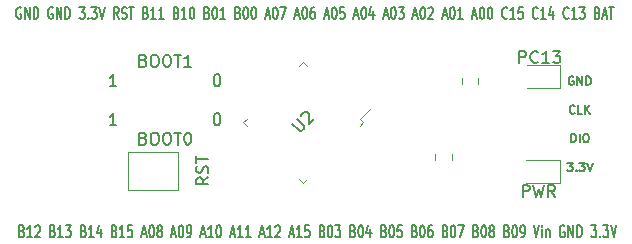
<source format=gbr>
G04 #@! TF.GenerationSoftware,KiCad,Pcbnew,(5.1.2-1)-1*
G04 #@! TF.CreationDate,2020-03-21T18:46:45+05:30*
G04 #@! TF.ProjectId,RedPill,52656450-696c-46c2-9e6b-696361645f70,rev?*
G04 #@! TF.SameCoordinates,Original*
G04 #@! TF.FileFunction,Legend,Top*
G04 #@! TF.FilePolarity,Positive*
%FSLAX46Y46*%
G04 Gerber Fmt 4.6, Leading zero omitted, Abs format (unit mm)*
G04 Created by KiCad (PCBNEW (5.1.2-1)-1) date 2020-03-21 18:46:45*
%MOMM*%
%LPD*%
G04 APERTURE LIST*
%ADD10C,0.150000*%
%ADD11C,0.120000*%
G04 APERTURE END LIST*
D10*
X22285714Y-19802380D02*
X21714285Y-19802380D01*
X22000000Y-19802380D02*
X22000000Y-18802380D01*
X21904761Y-18945238D01*
X21809523Y-19040476D01*
X21714285Y-19088095D01*
X22285714Y-23102380D02*
X21714285Y-23102380D01*
X22000000Y-23102380D02*
X22000000Y-22102380D01*
X21904761Y-22245238D01*
X21809523Y-22340476D01*
X21714285Y-22388095D01*
X30752380Y-18802380D02*
X30847619Y-18802380D01*
X30942857Y-18850000D01*
X30990476Y-18897619D01*
X31038095Y-18992857D01*
X31085714Y-19183333D01*
X31085714Y-19421428D01*
X31038095Y-19611904D01*
X30990476Y-19707142D01*
X30942857Y-19754761D01*
X30847619Y-19802380D01*
X30752380Y-19802380D01*
X30657142Y-19754761D01*
X30609523Y-19707142D01*
X30561904Y-19611904D01*
X30514285Y-19421428D01*
X30514285Y-19183333D01*
X30561904Y-18992857D01*
X30609523Y-18897619D01*
X30657142Y-18850000D01*
X30752380Y-18802380D01*
X30752380Y-22102380D02*
X30847619Y-22102380D01*
X30942857Y-22150000D01*
X30990476Y-22197619D01*
X31038095Y-22292857D01*
X31085714Y-22483333D01*
X31085714Y-22721428D01*
X31038095Y-22911904D01*
X30990476Y-23007142D01*
X30942857Y-23054761D01*
X30847619Y-23102380D01*
X30752380Y-23102380D01*
X30657142Y-23054761D01*
X30609523Y-23007142D01*
X30561904Y-22911904D01*
X30514285Y-22721428D01*
X30514285Y-22483333D01*
X30561904Y-22292857D01*
X30609523Y-22197619D01*
X30657142Y-22150000D01*
X30752380Y-22102380D01*
X24566666Y-24229196D02*
X24709523Y-24276815D01*
X24757142Y-24324434D01*
X24804761Y-24419672D01*
X24804761Y-24562529D01*
X24757142Y-24657767D01*
X24709523Y-24705386D01*
X24614285Y-24753005D01*
X24233333Y-24753005D01*
X24233333Y-23753005D01*
X24566666Y-23753005D01*
X24661904Y-23800625D01*
X24709523Y-23848244D01*
X24757142Y-23943482D01*
X24757142Y-24038720D01*
X24709523Y-24133958D01*
X24661904Y-24181577D01*
X24566666Y-24229196D01*
X24233333Y-24229196D01*
X25423809Y-23753005D02*
X25614285Y-23753005D01*
X25709523Y-23800625D01*
X25804761Y-23895863D01*
X25852380Y-24086339D01*
X25852380Y-24419672D01*
X25804761Y-24610148D01*
X25709523Y-24705386D01*
X25614285Y-24753005D01*
X25423809Y-24753005D01*
X25328571Y-24705386D01*
X25233333Y-24610148D01*
X25185714Y-24419672D01*
X25185714Y-24086339D01*
X25233333Y-23895863D01*
X25328571Y-23800625D01*
X25423809Y-23753005D01*
X26471428Y-23753005D02*
X26661904Y-23753005D01*
X26757142Y-23800625D01*
X26852380Y-23895863D01*
X26900000Y-24086339D01*
X26900000Y-24419672D01*
X26852380Y-24610148D01*
X26757142Y-24705386D01*
X26661904Y-24753005D01*
X26471428Y-24753005D01*
X26376190Y-24705386D01*
X26280952Y-24610148D01*
X26233333Y-24419672D01*
X26233333Y-24086339D01*
X26280952Y-23895863D01*
X26376190Y-23800625D01*
X26471428Y-23753005D01*
X27185714Y-23753005D02*
X27757142Y-23753005D01*
X27471428Y-24753005D02*
X27471428Y-23753005D01*
X28280952Y-23753005D02*
X28376190Y-23753005D01*
X28471428Y-23800625D01*
X28519047Y-23848244D01*
X28566666Y-23943482D01*
X28614285Y-24133958D01*
X28614285Y-24372053D01*
X28566666Y-24562529D01*
X28519047Y-24657767D01*
X28471428Y-24705386D01*
X28376190Y-24753005D01*
X28280952Y-24753005D01*
X28185714Y-24705386D01*
X28138095Y-24657767D01*
X28090476Y-24562529D01*
X28042857Y-24372053D01*
X28042857Y-24133958D01*
X28090476Y-23943482D01*
X28138095Y-23848244D01*
X28185714Y-23800625D01*
X28280952Y-23753005D01*
X24566666Y-17629196D02*
X24709523Y-17676815D01*
X24757142Y-17724434D01*
X24804761Y-17819672D01*
X24804761Y-17962529D01*
X24757142Y-18057767D01*
X24709523Y-18105386D01*
X24614285Y-18153005D01*
X24233333Y-18153005D01*
X24233333Y-17153005D01*
X24566666Y-17153005D01*
X24661904Y-17200625D01*
X24709523Y-17248244D01*
X24757142Y-17343482D01*
X24757142Y-17438720D01*
X24709523Y-17533958D01*
X24661904Y-17581577D01*
X24566666Y-17629196D01*
X24233333Y-17629196D01*
X25423809Y-17153005D02*
X25614285Y-17153005D01*
X25709523Y-17200625D01*
X25804761Y-17295863D01*
X25852380Y-17486339D01*
X25852380Y-17819672D01*
X25804761Y-18010148D01*
X25709523Y-18105386D01*
X25614285Y-18153005D01*
X25423809Y-18153005D01*
X25328571Y-18105386D01*
X25233333Y-18010148D01*
X25185714Y-17819672D01*
X25185714Y-17486339D01*
X25233333Y-17295863D01*
X25328571Y-17200625D01*
X25423809Y-17153005D01*
X26471428Y-17153005D02*
X26661904Y-17153005D01*
X26757142Y-17200625D01*
X26852380Y-17295863D01*
X26900000Y-17486339D01*
X26900000Y-17819672D01*
X26852380Y-18010148D01*
X26757142Y-18105386D01*
X26661904Y-18153005D01*
X26471428Y-18153005D01*
X26376190Y-18105386D01*
X26280952Y-18010148D01*
X26233333Y-17819672D01*
X26233333Y-17486339D01*
X26280952Y-17295863D01*
X26376190Y-17200625D01*
X26471428Y-17153005D01*
X27185714Y-17153005D02*
X27757142Y-17153005D01*
X27471428Y-18153005D02*
X27471428Y-17153005D01*
X28614285Y-18153005D02*
X28042857Y-18153005D01*
X28328571Y-18153005D02*
X28328571Y-17153005D01*
X28233333Y-17295863D01*
X28138095Y-17391101D01*
X28042857Y-17438720D01*
X60974672Y-19018750D02*
X60907053Y-18984940D01*
X60805625Y-18984940D01*
X60704196Y-19018750D01*
X60636577Y-19086369D01*
X60602767Y-19153988D01*
X60568958Y-19289226D01*
X60568958Y-19390654D01*
X60602767Y-19525892D01*
X60636577Y-19593511D01*
X60704196Y-19661130D01*
X60805625Y-19694940D01*
X60873244Y-19694940D01*
X60974672Y-19661130D01*
X61008482Y-19627321D01*
X61008482Y-19390654D01*
X60873244Y-19390654D01*
X61312767Y-19694940D02*
X61312767Y-18984940D01*
X61718482Y-19694940D01*
X61718482Y-18984940D01*
X62056577Y-19694940D02*
X62056577Y-18984940D01*
X62225625Y-18984940D01*
X62327053Y-19018750D01*
X62394672Y-19086369D01*
X62428482Y-19153988D01*
X62462291Y-19289226D01*
X62462291Y-19390654D01*
X62428482Y-19525892D01*
X62394672Y-19593511D01*
X62327053Y-19661130D01*
X62225625Y-19694940D01*
X62056577Y-19694940D01*
X61093005Y-22057321D02*
X61059196Y-22091130D01*
X60957767Y-22124940D01*
X60890148Y-22124940D01*
X60788720Y-22091130D01*
X60721101Y-22023511D01*
X60687291Y-21955892D01*
X60653482Y-21820654D01*
X60653482Y-21719226D01*
X60687291Y-21583988D01*
X60721101Y-21516369D01*
X60788720Y-21448750D01*
X60890148Y-21414940D01*
X60957767Y-21414940D01*
X61059196Y-21448750D01*
X61093005Y-21482559D01*
X61735386Y-22124940D02*
X61397291Y-22124940D01*
X61397291Y-21414940D01*
X61972053Y-22124940D02*
X61972053Y-21414940D01*
X62377767Y-22124940D02*
X62073482Y-21719226D01*
X62377767Y-21414940D02*
X61972053Y-21820654D01*
X60788720Y-24554940D02*
X60788720Y-23844940D01*
X60957767Y-23844940D01*
X61059196Y-23878750D01*
X61126815Y-23946369D01*
X61160625Y-24013988D01*
X61194434Y-24149226D01*
X61194434Y-24250654D01*
X61160625Y-24385892D01*
X61126815Y-24453511D01*
X61059196Y-24521130D01*
X60957767Y-24554940D01*
X60788720Y-24554940D01*
X61498720Y-24554940D02*
X61498720Y-23844940D01*
X61972053Y-23844940D02*
X62107291Y-23844940D01*
X62174910Y-23878750D01*
X62242529Y-23946369D01*
X62276339Y-24081607D01*
X62276339Y-24318273D01*
X62242529Y-24453511D01*
X62174910Y-24521130D01*
X62107291Y-24554940D01*
X61972053Y-24554940D01*
X61904434Y-24521130D01*
X61836815Y-24453511D01*
X61803005Y-24318273D01*
X61803005Y-24081607D01*
X61836815Y-23946369D01*
X61904434Y-23878750D01*
X61972053Y-23844940D01*
X60467529Y-26274940D02*
X60907053Y-26274940D01*
X60670386Y-26545416D01*
X60771815Y-26545416D01*
X60839434Y-26579226D01*
X60873244Y-26613035D01*
X60907053Y-26680654D01*
X60907053Y-26849702D01*
X60873244Y-26917321D01*
X60839434Y-26951130D01*
X60771815Y-26984940D01*
X60568958Y-26984940D01*
X60501339Y-26951130D01*
X60467529Y-26917321D01*
X61211339Y-26917321D02*
X61245148Y-26951130D01*
X61211339Y-26984940D01*
X61177529Y-26951130D01*
X61211339Y-26917321D01*
X61211339Y-26984940D01*
X61481815Y-26274940D02*
X61921339Y-26274940D01*
X61684672Y-26545416D01*
X61786101Y-26545416D01*
X61853720Y-26579226D01*
X61887529Y-26613035D01*
X61921339Y-26680654D01*
X61921339Y-26849702D01*
X61887529Y-26917321D01*
X61853720Y-26951130D01*
X61786101Y-26984940D01*
X61583244Y-26984940D01*
X61515625Y-26951130D01*
X61481815Y-26917321D01*
X62124196Y-26274940D02*
X62360863Y-26984940D01*
X62597529Y-26274940D01*
X14185595Y-13152500D02*
X14117976Y-13104880D01*
X14016547Y-13104880D01*
X13915119Y-13152500D01*
X13847500Y-13247738D01*
X13813690Y-13342976D01*
X13779880Y-13533452D01*
X13779880Y-13676309D01*
X13813690Y-13866785D01*
X13847500Y-13962023D01*
X13915119Y-14057261D01*
X14016547Y-14104880D01*
X14084166Y-14104880D01*
X14185595Y-14057261D01*
X14219404Y-14009642D01*
X14219404Y-13676309D01*
X14084166Y-13676309D01*
X14523690Y-14104880D02*
X14523690Y-13104880D01*
X14929404Y-14104880D01*
X14929404Y-13104880D01*
X15267500Y-14104880D02*
X15267500Y-13104880D01*
X15436547Y-13104880D01*
X15537976Y-13152500D01*
X15605595Y-13247738D01*
X15639404Y-13342976D01*
X15673214Y-13533452D01*
X15673214Y-13676309D01*
X15639404Y-13866785D01*
X15605595Y-13962023D01*
X15537976Y-14057261D01*
X15436547Y-14104880D01*
X15267500Y-14104880D01*
X16890357Y-13152500D02*
X16822738Y-13104880D01*
X16721309Y-13104880D01*
X16619880Y-13152500D01*
X16552261Y-13247738D01*
X16518452Y-13342976D01*
X16484642Y-13533452D01*
X16484642Y-13676309D01*
X16518452Y-13866785D01*
X16552261Y-13962023D01*
X16619880Y-14057261D01*
X16721309Y-14104880D01*
X16788928Y-14104880D01*
X16890357Y-14057261D01*
X16924166Y-14009642D01*
X16924166Y-13676309D01*
X16788928Y-13676309D01*
X17228452Y-14104880D02*
X17228452Y-13104880D01*
X17634166Y-14104880D01*
X17634166Y-13104880D01*
X17972261Y-14104880D02*
X17972261Y-13104880D01*
X18141309Y-13104880D01*
X18242738Y-13152500D01*
X18310357Y-13247738D01*
X18344166Y-13342976D01*
X18377976Y-13533452D01*
X18377976Y-13676309D01*
X18344166Y-13866785D01*
X18310357Y-13962023D01*
X18242738Y-14057261D01*
X18141309Y-14104880D01*
X17972261Y-14104880D01*
X19155595Y-13104880D02*
X19595119Y-13104880D01*
X19358452Y-13485833D01*
X19459880Y-13485833D01*
X19527500Y-13533452D01*
X19561309Y-13581071D01*
X19595119Y-13676309D01*
X19595119Y-13914404D01*
X19561309Y-14009642D01*
X19527500Y-14057261D01*
X19459880Y-14104880D01*
X19257023Y-14104880D01*
X19189404Y-14057261D01*
X19155595Y-14009642D01*
X19899404Y-14009642D02*
X19933214Y-14057261D01*
X19899404Y-14104880D01*
X19865595Y-14057261D01*
X19899404Y-14009642D01*
X19899404Y-14104880D01*
X20169880Y-13104880D02*
X20609404Y-13104880D01*
X20372738Y-13485833D01*
X20474166Y-13485833D01*
X20541785Y-13533452D01*
X20575595Y-13581071D01*
X20609404Y-13676309D01*
X20609404Y-13914404D01*
X20575595Y-14009642D01*
X20541785Y-14057261D01*
X20474166Y-14104880D01*
X20271309Y-14104880D01*
X20203690Y-14057261D01*
X20169880Y-14009642D01*
X20812261Y-13104880D02*
X21048928Y-14104880D01*
X21285595Y-13104880D01*
X22468928Y-14104880D02*
X22232261Y-13628690D01*
X22063214Y-14104880D02*
X22063214Y-13104880D01*
X22333690Y-13104880D01*
X22401309Y-13152500D01*
X22435119Y-13200119D01*
X22468928Y-13295357D01*
X22468928Y-13438214D01*
X22435119Y-13533452D01*
X22401309Y-13581071D01*
X22333690Y-13628690D01*
X22063214Y-13628690D01*
X22739404Y-14057261D02*
X22840833Y-14104880D01*
X23009880Y-14104880D01*
X23077500Y-14057261D01*
X23111309Y-14009642D01*
X23145119Y-13914404D01*
X23145119Y-13819166D01*
X23111309Y-13723928D01*
X23077500Y-13676309D01*
X23009880Y-13628690D01*
X22874642Y-13581071D01*
X22807023Y-13533452D01*
X22773214Y-13485833D01*
X22739404Y-13390595D01*
X22739404Y-13295357D01*
X22773214Y-13200119D01*
X22807023Y-13152500D01*
X22874642Y-13104880D01*
X23043690Y-13104880D01*
X23145119Y-13152500D01*
X23347976Y-13104880D02*
X23753690Y-13104880D01*
X23550833Y-14104880D02*
X23550833Y-13104880D01*
X24767976Y-13581071D02*
X24869404Y-13628690D01*
X24903214Y-13676309D01*
X24937023Y-13771547D01*
X24937023Y-13914404D01*
X24903214Y-14009642D01*
X24869404Y-14057261D01*
X24801785Y-14104880D01*
X24531309Y-14104880D01*
X24531309Y-13104880D01*
X24767976Y-13104880D01*
X24835595Y-13152500D01*
X24869404Y-13200119D01*
X24903214Y-13295357D01*
X24903214Y-13390595D01*
X24869404Y-13485833D01*
X24835595Y-13533452D01*
X24767976Y-13581071D01*
X24531309Y-13581071D01*
X25613214Y-14104880D02*
X25207500Y-14104880D01*
X25410357Y-14104880D02*
X25410357Y-13104880D01*
X25342738Y-13247738D01*
X25275119Y-13342976D01*
X25207500Y-13390595D01*
X26289404Y-14104880D02*
X25883690Y-14104880D01*
X26086547Y-14104880D02*
X26086547Y-13104880D01*
X26018928Y-13247738D01*
X25951309Y-13342976D01*
X25883690Y-13390595D01*
X27371309Y-13581071D02*
X27472738Y-13628690D01*
X27506547Y-13676309D01*
X27540357Y-13771547D01*
X27540357Y-13914404D01*
X27506547Y-14009642D01*
X27472738Y-14057261D01*
X27405119Y-14104880D01*
X27134642Y-14104880D01*
X27134642Y-13104880D01*
X27371309Y-13104880D01*
X27438928Y-13152500D01*
X27472738Y-13200119D01*
X27506547Y-13295357D01*
X27506547Y-13390595D01*
X27472738Y-13485833D01*
X27438928Y-13533452D01*
X27371309Y-13581071D01*
X27134642Y-13581071D01*
X28216547Y-14104880D02*
X27810833Y-14104880D01*
X28013690Y-14104880D02*
X28013690Y-13104880D01*
X27946071Y-13247738D01*
X27878452Y-13342976D01*
X27810833Y-13390595D01*
X28656071Y-13104880D02*
X28723690Y-13104880D01*
X28791309Y-13152500D01*
X28825119Y-13200119D01*
X28858928Y-13295357D01*
X28892738Y-13485833D01*
X28892738Y-13723928D01*
X28858928Y-13914404D01*
X28825119Y-14009642D01*
X28791309Y-14057261D01*
X28723690Y-14104880D01*
X28656071Y-14104880D01*
X28588452Y-14057261D01*
X28554642Y-14009642D01*
X28520833Y-13914404D01*
X28487023Y-13723928D01*
X28487023Y-13485833D01*
X28520833Y-13295357D01*
X28554642Y-13200119D01*
X28588452Y-13152500D01*
X28656071Y-13104880D01*
X29974642Y-13581071D02*
X30076071Y-13628690D01*
X30109880Y-13676309D01*
X30143690Y-13771547D01*
X30143690Y-13914404D01*
X30109880Y-14009642D01*
X30076071Y-14057261D01*
X30008452Y-14104880D01*
X29737976Y-14104880D01*
X29737976Y-13104880D01*
X29974642Y-13104880D01*
X30042261Y-13152500D01*
X30076071Y-13200119D01*
X30109880Y-13295357D01*
X30109880Y-13390595D01*
X30076071Y-13485833D01*
X30042261Y-13533452D01*
X29974642Y-13581071D01*
X29737976Y-13581071D01*
X30583214Y-13104880D02*
X30650833Y-13104880D01*
X30718452Y-13152500D01*
X30752261Y-13200119D01*
X30786071Y-13295357D01*
X30819880Y-13485833D01*
X30819880Y-13723928D01*
X30786071Y-13914404D01*
X30752261Y-14009642D01*
X30718452Y-14057261D01*
X30650833Y-14104880D01*
X30583214Y-14104880D01*
X30515595Y-14057261D01*
X30481785Y-14009642D01*
X30447976Y-13914404D01*
X30414166Y-13723928D01*
X30414166Y-13485833D01*
X30447976Y-13295357D01*
X30481785Y-13200119D01*
X30515595Y-13152500D01*
X30583214Y-13104880D01*
X31496071Y-14104880D02*
X31090357Y-14104880D01*
X31293214Y-14104880D02*
X31293214Y-13104880D01*
X31225595Y-13247738D01*
X31157976Y-13342976D01*
X31090357Y-13390595D01*
X32577976Y-13581071D02*
X32679404Y-13628690D01*
X32713214Y-13676309D01*
X32747023Y-13771547D01*
X32747023Y-13914404D01*
X32713214Y-14009642D01*
X32679404Y-14057261D01*
X32611785Y-14104880D01*
X32341309Y-14104880D01*
X32341309Y-13104880D01*
X32577976Y-13104880D01*
X32645595Y-13152500D01*
X32679404Y-13200119D01*
X32713214Y-13295357D01*
X32713214Y-13390595D01*
X32679404Y-13485833D01*
X32645595Y-13533452D01*
X32577976Y-13581071D01*
X32341309Y-13581071D01*
X33186547Y-13104880D02*
X33254166Y-13104880D01*
X33321785Y-13152500D01*
X33355595Y-13200119D01*
X33389404Y-13295357D01*
X33423214Y-13485833D01*
X33423214Y-13723928D01*
X33389404Y-13914404D01*
X33355595Y-14009642D01*
X33321785Y-14057261D01*
X33254166Y-14104880D01*
X33186547Y-14104880D01*
X33118928Y-14057261D01*
X33085119Y-14009642D01*
X33051309Y-13914404D01*
X33017500Y-13723928D01*
X33017500Y-13485833D01*
X33051309Y-13295357D01*
X33085119Y-13200119D01*
X33118928Y-13152500D01*
X33186547Y-13104880D01*
X33862738Y-13104880D02*
X33930357Y-13104880D01*
X33997976Y-13152500D01*
X34031785Y-13200119D01*
X34065595Y-13295357D01*
X34099404Y-13485833D01*
X34099404Y-13723928D01*
X34065595Y-13914404D01*
X34031785Y-14009642D01*
X33997976Y-14057261D01*
X33930357Y-14104880D01*
X33862738Y-14104880D01*
X33795119Y-14057261D01*
X33761309Y-14009642D01*
X33727500Y-13914404D01*
X33693690Y-13723928D01*
X33693690Y-13485833D01*
X33727500Y-13295357D01*
X33761309Y-13200119D01*
X33795119Y-13152500D01*
X33862738Y-13104880D01*
X34910833Y-13819166D02*
X35248928Y-13819166D01*
X34843214Y-14104880D02*
X35079880Y-13104880D01*
X35316547Y-14104880D01*
X35688452Y-13104880D02*
X35756071Y-13104880D01*
X35823690Y-13152500D01*
X35857500Y-13200119D01*
X35891309Y-13295357D01*
X35925119Y-13485833D01*
X35925119Y-13723928D01*
X35891309Y-13914404D01*
X35857500Y-14009642D01*
X35823690Y-14057261D01*
X35756071Y-14104880D01*
X35688452Y-14104880D01*
X35620833Y-14057261D01*
X35587023Y-14009642D01*
X35553214Y-13914404D01*
X35519404Y-13723928D01*
X35519404Y-13485833D01*
X35553214Y-13295357D01*
X35587023Y-13200119D01*
X35620833Y-13152500D01*
X35688452Y-13104880D01*
X36161785Y-13104880D02*
X36635119Y-13104880D01*
X36330833Y-14104880D01*
X37412738Y-13819166D02*
X37750833Y-13819166D01*
X37345119Y-14104880D02*
X37581785Y-13104880D01*
X37818452Y-14104880D01*
X38190357Y-13104880D02*
X38257976Y-13104880D01*
X38325595Y-13152500D01*
X38359404Y-13200119D01*
X38393214Y-13295357D01*
X38427023Y-13485833D01*
X38427023Y-13723928D01*
X38393214Y-13914404D01*
X38359404Y-14009642D01*
X38325595Y-14057261D01*
X38257976Y-14104880D01*
X38190357Y-14104880D01*
X38122738Y-14057261D01*
X38088928Y-14009642D01*
X38055119Y-13914404D01*
X38021309Y-13723928D01*
X38021309Y-13485833D01*
X38055119Y-13295357D01*
X38088928Y-13200119D01*
X38122738Y-13152500D01*
X38190357Y-13104880D01*
X39035595Y-13104880D02*
X38900357Y-13104880D01*
X38832738Y-13152500D01*
X38798928Y-13200119D01*
X38731309Y-13342976D01*
X38697500Y-13533452D01*
X38697500Y-13914404D01*
X38731309Y-14009642D01*
X38765119Y-14057261D01*
X38832738Y-14104880D01*
X38967976Y-14104880D01*
X39035595Y-14057261D01*
X39069404Y-14009642D01*
X39103214Y-13914404D01*
X39103214Y-13676309D01*
X39069404Y-13581071D01*
X39035595Y-13533452D01*
X38967976Y-13485833D01*
X38832738Y-13485833D01*
X38765119Y-13533452D01*
X38731309Y-13581071D01*
X38697500Y-13676309D01*
X39914642Y-13819166D02*
X40252738Y-13819166D01*
X39847023Y-14104880D02*
X40083690Y-13104880D01*
X40320357Y-14104880D01*
X40692261Y-13104880D02*
X40759880Y-13104880D01*
X40827500Y-13152500D01*
X40861309Y-13200119D01*
X40895119Y-13295357D01*
X40928928Y-13485833D01*
X40928928Y-13723928D01*
X40895119Y-13914404D01*
X40861309Y-14009642D01*
X40827500Y-14057261D01*
X40759880Y-14104880D01*
X40692261Y-14104880D01*
X40624642Y-14057261D01*
X40590833Y-14009642D01*
X40557023Y-13914404D01*
X40523214Y-13723928D01*
X40523214Y-13485833D01*
X40557023Y-13295357D01*
X40590833Y-13200119D01*
X40624642Y-13152500D01*
X40692261Y-13104880D01*
X41571309Y-13104880D02*
X41233214Y-13104880D01*
X41199404Y-13581071D01*
X41233214Y-13533452D01*
X41300833Y-13485833D01*
X41469880Y-13485833D01*
X41537500Y-13533452D01*
X41571309Y-13581071D01*
X41605119Y-13676309D01*
X41605119Y-13914404D01*
X41571309Y-14009642D01*
X41537500Y-14057261D01*
X41469880Y-14104880D01*
X41300833Y-14104880D01*
X41233214Y-14057261D01*
X41199404Y-14009642D01*
X42416547Y-13819166D02*
X42754642Y-13819166D01*
X42348928Y-14104880D02*
X42585595Y-13104880D01*
X42822261Y-14104880D01*
X43194166Y-13104880D02*
X43261785Y-13104880D01*
X43329404Y-13152500D01*
X43363214Y-13200119D01*
X43397023Y-13295357D01*
X43430833Y-13485833D01*
X43430833Y-13723928D01*
X43397023Y-13914404D01*
X43363214Y-14009642D01*
X43329404Y-14057261D01*
X43261785Y-14104880D01*
X43194166Y-14104880D01*
X43126547Y-14057261D01*
X43092738Y-14009642D01*
X43058928Y-13914404D01*
X43025119Y-13723928D01*
X43025119Y-13485833D01*
X43058928Y-13295357D01*
X43092738Y-13200119D01*
X43126547Y-13152500D01*
X43194166Y-13104880D01*
X44039404Y-13438214D02*
X44039404Y-14104880D01*
X43870357Y-13057261D02*
X43701309Y-13771547D01*
X44140833Y-13771547D01*
X44918452Y-13819166D02*
X45256547Y-13819166D01*
X44850833Y-14104880D02*
X45087500Y-13104880D01*
X45324166Y-14104880D01*
X45696071Y-13104880D02*
X45763690Y-13104880D01*
X45831309Y-13152500D01*
X45865119Y-13200119D01*
X45898928Y-13295357D01*
X45932738Y-13485833D01*
X45932738Y-13723928D01*
X45898928Y-13914404D01*
X45865119Y-14009642D01*
X45831309Y-14057261D01*
X45763690Y-14104880D01*
X45696071Y-14104880D01*
X45628452Y-14057261D01*
X45594642Y-14009642D01*
X45560833Y-13914404D01*
X45527023Y-13723928D01*
X45527023Y-13485833D01*
X45560833Y-13295357D01*
X45594642Y-13200119D01*
X45628452Y-13152500D01*
X45696071Y-13104880D01*
X46169404Y-13104880D02*
X46608928Y-13104880D01*
X46372261Y-13485833D01*
X46473690Y-13485833D01*
X46541309Y-13533452D01*
X46575119Y-13581071D01*
X46608928Y-13676309D01*
X46608928Y-13914404D01*
X46575119Y-14009642D01*
X46541309Y-14057261D01*
X46473690Y-14104880D01*
X46270833Y-14104880D01*
X46203214Y-14057261D01*
X46169404Y-14009642D01*
X47420357Y-13819166D02*
X47758452Y-13819166D01*
X47352738Y-14104880D02*
X47589404Y-13104880D01*
X47826071Y-14104880D01*
X48197976Y-13104880D02*
X48265595Y-13104880D01*
X48333214Y-13152500D01*
X48367023Y-13200119D01*
X48400833Y-13295357D01*
X48434642Y-13485833D01*
X48434642Y-13723928D01*
X48400833Y-13914404D01*
X48367023Y-14009642D01*
X48333214Y-14057261D01*
X48265595Y-14104880D01*
X48197976Y-14104880D01*
X48130357Y-14057261D01*
X48096547Y-14009642D01*
X48062738Y-13914404D01*
X48028928Y-13723928D01*
X48028928Y-13485833D01*
X48062738Y-13295357D01*
X48096547Y-13200119D01*
X48130357Y-13152500D01*
X48197976Y-13104880D01*
X48705119Y-13200119D02*
X48738928Y-13152500D01*
X48806547Y-13104880D01*
X48975595Y-13104880D01*
X49043214Y-13152500D01*
X49077023Y-13200119D01*
X49110833Y-13295357D01*
X49110833Y-13390595D01*
X49077023Y-13533452D01*
X48671309Y-14104880D01*
X49110833Y-14104880D01*
X49922261Y-13819166D02*
X50260357Y-13819166D01*
X49854642Y-14104880D02*
X50091309Y-13104880D01*
X50327976Y-14104880D01*
X50699880Y-13104880D02*
X50767500Y-13104880D01*
X50835119Y-13152500D01*
X50868928Y-13200119D01*
X50902738Y-13295357D01*
X50936547Y-13485833D01*
X50936547Y-13723928D01*
X50902738Y-13914404D01*
X50868928Y-14009642D01*
X50835119Y-14057261D01*
X50767500Y-14104880D01*
X50699880Y-14104880D01*
X50632261Y-14057261D01*
X50598452Y-14009642D01*
X50564642Y-13914404D01*
X50530833Y-13723928D01*
X50530833Y-13485833D01*
X50564642Y-13295357D01*
X50598452Y-13200119D01*
X50632261Y-13152500D01*
X50699880Y-13104880D01*
X51612738Y-14104880D02*
X51207023Y-14104880D01*
X51409880Y-14104880D02*
X51409880Y-13104880D01*
X51342261Y-13247738D01*
X51274642Y-13342976D01*
X51207023Y-13390595D01*
X52424166Y-13819166D02*
X52762261Y-13819166D01*
X52356547Y-14104880D02*
X52593214Y-13104880D01*
X52829880Y-14104880D01*
X53201785Y-13104880D02*
X53269404Y-13104880D01*
X53337023Y-13152500D01*
X53370833Y-13200119D01*
X53404642Y-13295357D01*
X53438452Y-13485833D01*
X53438452Y-13723928D01*
X53404642Y-13914404D01*
X53370833Y-14009642D01*
X53337023Y-14057261D01*
X53269404Y-14104880D01*
X53201785Y-14104880D01*
X53134166Y-14057261D01*
X53100357Y-14009642D01*
X53066547Y-13914404D01*
X53032738Y-13723928D01*
X53032738Y-13485833D01*
X53066547Y-13295357D01*
X53100357Y-13200119D01*
X53134166Y-13152500D01*
X53201785Y-13104880D01*
X53877976Y-13104880D02*
X53945595Y-13104880D01*
X54013214Y-13152500D01*
X54047023Y-13200119D01*
X54080833Y-13295357D01*
X54114642Y-13485833D01*
X54114642Y-13723928D01*
X54080833Y-13914404D01*
X54047023Y-14009642D01*
X54013214Y-14057261D01*
X53945595Y-14104880D01*
X53877976Y-14104880D01*
X53810357Y-14057261D01*
X53776547Y-14009642D01*
X53742738Y-13914404D01*
X53708928Y-13723928D01*
X53708928Y-13485833D01*
X53742738Y-13295357D01*
X53776547Y-13200119D01*
X53810357Y-13152500D01*
X53877976Y-13104880D01*
X55365595Y-14009642D02*
X55331785Y-14057261D01*
X55230357Y-14104880D01*
X55162738Y-14104880D01*
X55061309Y-14057261D01*
X54993690Y-13962023D01*
X54959880Y-13866785D01*
X54926071Y-13676309D01*
X54926071Y-13533452D01*
X54959880Y-13342976D01*
X54993690Y-13247738D01*
X55061309Y-13152500D01*
X55162738Y-13104880D01*
X55230357Y-13104880D01*
X55331785Y-13152500D01*
X55365595Y-13200119D01*
X56041785Y-14104880D02*
X55636071Y-14104880D01*
X55838928Y-14104880D02*
X55838928Y-13104880D01*
X55771309Y-13247738D01*
X55703690Y-13342976D01*
X55636071Y-13390595D01*
X56684166Y-13104880D02*
X56346071Y-13104880D01*
X56312261Y-13581071D01*
X56346071Y-13533452D01*
X56413690Y-13485833D01*
X56582738Y-13485833D01*
X56650357Y-13533452D01*
X56684166Y-13581071D01*
X56717976Y-13676309D01*
X56717976Y-13914404D01*
X56684166Y-14009642D01*
X56650357Y-14057261D01*
X56582738Y-14104880D01*
X56413690Y-14104880D01*
X56346071Y-14057261D01*
X56312261Y-14009642D01*
X57968928Y-14009642D02*
X57935119Y-14057261D01*
X57833690Y-14104880D01*
X57766071Y-14104880D01*
X57664642Y-14057261D01*
X57597023Y-13962023D01*
X57563214Y-13866785D01*
X57529404Y-13676309D01*
X57529404Y-13533452D01*
X57563214Y-13342976D01*
X57597023Y-13247738D01*
X57664642Y-13152500D01*
X57766071Y-13104880D01*
X57833690Y-13104880D01*
X57935119Y-13152500D01*
X57968928Y-13200119D01*
X58645119Y-14104880D02*
X58239404Y-14104880D01*
X58442261Y-14104880D02*
X58442261Y-13104880D01*
X58374642Y-13247738D01*
X58307023Y-13342976D01*
X58239404Y-13390595D01*
X59253690Y-13438214D02*
X59253690Y-14104880D01*
X59084642Y-13057261D02*
X58915595Y-13771547D01*
X59355119Y-13771547D01*
X60572261Y-14009642D02*
X60538452Y-14057261D01*
X60437023Y-14104880D01*
X60369404Y-14104880D01*
X60267976Y-14057261D01*
X60200357Y-13962023D01*
X60166547Y-13866785D01*
X60132738Y-13676309D01*
X60132738Y-13533452D01*
X60166547Y-13342976D01*
X60200357Y-13247738D01*
X60267976Y-13152500D01*
X60369404Y-13104880D01*
X60437023Y-13104880D01*
X60538452Y-13152500D01*
X60572261Y-13200119D01*
X61248452Y-14104880D02*
X60842738Y-14104880D01*
X61045595Y-14104880D02*
X61045595Y-13104880D01*
X60977976Y-13247738D01*
X60910357Y-13342976D01*
X60842738Y-13390595D01*
X61485119Y-13104880D02*
X61924642Y-13104880D01*
X61687976Y-13485833D01*
X61789404Y-13485833D01*
X61857023Y-13533452D01*
X61890833Y-13581071D01*
X61924642Y-13676309D01*
X61924642Y-13914404D01*
X61890833Y-14009642D01*
X61857023Y-14057261D01*
X61789404Y-14104880D01*
X61586547Y-14104880D01*
X61518928Y-14057261D01*
X61485119Y-14009642D01*
X63006547Y-13581071D02*
X63107976Y-13628690D01*
X63141785Y-13676309D01*
X63175595Y-13771547D01*
X63175595Y-13914404D01*
X63141785Y-14009642D01*
X63107976Y-14057261D01*
X63040357Y-14104880D01*
X62769880Y-14104880D01*
X62769880Y-13104880D01*
X63006547Y-13104880D01*
X63074166Y-13152500D01*
X63107976Y-13200119D01*
X63141785Y-13295357D01*
X63141785Y-13390595D01*
X63107976Y-13485833D01*
X63074166Y-13533452D01*
X63006547Y-13581071D01*
X62769880Y-13581071D01*
X63446071Y-13819166D02*
X63784166Y-13819166D01*
X63378452Y-14104880D02*
X63615119Y-13104880D01*
X63851785Y-14104880D01*
X63987023Y-13104880D02*
X64392738Y-13104880D01*
X64189880Y-14104880D02*
X64189880Y-13104880D01*
X14305386Y-32075446D02*
X14406815Y-32123065D01*
X14440625Y-32170684D01*
X14474434Y-32265922D01*
X14474434Y-32408779D01*
X14440625Y-32504017D01*
X14406815Y-32551636D01*
X14339196Y-32599255D01*
X14068720Y-32599255D01*
X14068720Y-31599255D01*
X14305386Y-31599255D01*
X14373005Y-31646875D01*
X14406815Y-31694494D01*
X14440625Y-31789732D01*
X14440625Y-31884970D01*
X14406815Y-31980208D01*
X14373005Y-32027827D01*
X14305386Y-32075446D01*
X14068720Y-32075446D01*
X15150625Y-32599255D02*
X14744910Y-32599255D01*
X14947767Y-32599255D02*
X14947767Y-31599255D01*
X14880148Y-31742113D01*
X14812529Y-31837351D01*
X14744910Y-31884970D01*
X15421101Y-31694494D02*
X15454910Y-31646875D01*
X15522529Y-31599255D01*
X15691577Y-31599255D01*
X15759196Y-31646875D01*
X15793005Y-31694494D01*
X15826815Y-31789732D01*
X15826815Y-31884970D01*
X15793005Y-32027827D01*
X15387291Y-32599255D01*
X15826815Y-32599255D01*
X16908720Y-32075446D02*
X17010148Y-32123065D01*
X17043958Y-32170684D01*
X17077767Y-32265922D01*
X17077767Y-32408779D01*
X17043958Y-32504017D01*
X17010148Y-32551636D01*
X16942529Y-32599255D01*
X16672053Y-32599255D01*
X16672053Y-31599255D01*
X16908720Y-31599255D01*
X16976339Y-31646875D01*
X17010148Y-31694494D01*
X17043958Y-31789732D01*
X17043958Y-31884970D01*
X17010148Y-31980208D01*
X16976339Y-32027827D01*
X16908720Y-32075446D01*
X16672053Y-32075446D01*
X17753958Y-32599255D02*
X17348244Y-32599255D01*
X17551101Y-32599255D02*
X17551101Y-31599255D01*
X17483482Y-31742113D01*
X17415863Y-31837351D01*
X17348244Y-31884970D01*
X17990625Y-31599255D02*
X18430148Y-31599255D01*
X18193482Y-31980208D01*
X18294910Y-31980208D01*
X18362529Y-32027827D01*
X18396339Y-32075446D01*
X18430148Y-32170684D01*
X18430148Y-32408779D01*
X18396339Y-32504017D01*
X18362529Y-32551636D01*
X18294910Y-32599255D01*
X18092053Y-32599255D01*
X18024434Y-32551636D01*
X17990625Y-32504017D01*
X19512053Y-32075446D02*
X19613482Y-32123065D01*
X19647291Y-32170684D01*
X19681101Y-32265922D01*
X19681101Y-32408779D01*
X19647291Y-32504017D01*
X19613482Y-32551636D01*
X19545863Y-32599255D01*
X19275386Y-32599255D01*
X19275386Y-31599255D01*
X19512053Y-31599255D01*
X19579672Y-31646875D01*
X19613482Y-31694494D01*
X19647291Y-31789732D01*
X19647291Y-31884970D01*
X19613482Y-31980208D01*
X19579672Y-32027827D01*
X19512053Y-32075446D01*
X19275386Y-32075446D01*
X20357291Y-32599255D02*
X19951577Y-32599255D01*
X20154434Y-32599255D02*
X20154434Y-31599255D01*
X20086815Y-31742113D01*
X20019196Y-31837351D01*
X19951577Y-31884970D01*
X20965863Y-31932589D02*
X20965863Y-32599255D01*
X20796815Y-31551636D02*
X20627767Y-32265922D01*
X21067291Y-32265922D01*
X22115386Y-32075446D02*
X22216815Y-32123065D01*
X22250625Y-32170684D01*
X22284434Y-32265922D01*
X22284434Y-32408779D01*
X22250625Y-32504017D01*
X22216815Y-32551636D01*
X22149196Y-32599255D01*
X21878720Y-32599255D01*
X21878720Y-31599255D01*
X22115386Y-31599255D01*
X22183005Y-31646875D01*
X22216815Y-31694494D01*
X22250625Y-31789732D01*
X22250625Y-31884970D01*
X22216815Y-31980208D01*
X22183005Y-32027827D01*
X22115386Y-32075446D01*
X21878720Y-32075446D01*
X22960625Y-32599255D02*
X22554910Y-32599255D01*
X22757767Y-32599255D02*
X22757767Y-31599255D01*
X22690148Y-31742113D01*
X22622529Y-31837351D01*
X22554910Y-31884970D01*
X23603005Y-31599255D02*
X23264910Y-31599255D01*
X23231101Y-32075446D01*
X23264910Y-32027827D01*
X23332529Y-31980208D01*
X23501577Y-31980208D01*
X23569196Y-32027827D01*
X23603005Y-32075446D01*
X23636815Y-32170684D01*
X23636815Y-32408779D01*
X23603005Y-32504017D01*
X23569196Y-32551636D01*
X23501577Y-32599255D01*
X23332529Y-32599255D01*
X23264910Y-32551636D01*
X23231101Y-32504017D01*
X24448244Y-32313541D02*
X24786339Y-32313541D01*
X24380625Y-32599255D02*
X24617291Y-31599255D01*
X24853958Y-32599255D01*
X25225863Y-31599255D02*
X25293482Y-31599255D01*
X25361101Y-31646875D01*
X25394910Y-31694494D01*
X25428720Y-31789732D01*
X25462529Y-31980208D01*
X25462529Y-32218303D01*
X25428720Y-32408779D01*
X25394910Y-32504017D01*
X25361101Y-32551636D01*
X25293482Y-32599255D01*
X25225863Y-32599255D01*
X25158244Y-32551636D01*
X25124434Y-32504017D01*
X25090625Y-32408779D01*
X25056815Y-32218303D01*
X25056815Y-31980208D01*
X25090625Y-31789732D01*
X25124434Y-31694494D01*
X25158244Y-31646875D01*
X25225863Y-31599255D01*
X25868244Y-32027827D02*
X25800625Y-31980208D01*
X25766815Y-31932589D01*
X25733005Y-31837351D01*
X25733005Y-31789732D01*
X25766815Y-31694494D01*
X25800625Y-31646875D01*
X25868244Y-31599255D01*
X26003482Y-31599255D01*
X26071101Y-31646875D01*
X26104910Y-31694494D01*
X26138720Y-31789732D01*
X26138720Y-31837351D01*
X26104910Y-31932589D01*
X26071101Y-31980208D01*
X26003482Y-32027827D01*
X25868244Y-32027827D01*
X25800625Y-32075446D01*
X25766815Y-32123065D01*
X25733005Y-32218303D01*
X25733005Y-32408779D01*
X25766815Y-32504017D01*
X25800625Y-32551636D01*
X25868244Y-32599255D01*
X26003482Y-32599255D01*
X26071101Y-32551636D01*
X26104910Y-32504017D01*
X26138720Y-32408779D01*
X26138720Y-32218303D01*
X26104910Y-32123065D01*
X26071101Y-32075446D01*
X26003482Y-32027827D01*
X26950148Y-32313541D02*
X27288244Y-32313541D01*
X26882529Y-32599255D02*
X27119196Y-31599255D01*
X27355863Y-32599255D01*
X27727767Y-31599255D02*
X27795386Y-31599255D01*
X27863005Y-31646875D01*
X27896815Y-31694494D01*
X27930625Y-31789732D01*
X27964434Y-31980208D01*
X27964434Y-32218303D01*
X27930625Y-32408779D01*
X27896815Y-32504017D01*
X27863005Y-32551636D01*
X27795386Y-32599255D01*
X27727767Y-32599255D01*
X27660148Y-32551636D01*
X27626339Y-32504017D01*
X27592529Y-32408779D01*
X27558720Y-32218303D01*
X27558720Y-31980208D01*
X27592529Y-31789732D01*
X27626339Y-31694494D01*
X27660148Y-31646875D01*
X27727767Y-31599255D01*
X28302529Y-32599255D02*
X28437767Y-32599255D01*
X28505386Y-32551636D01*
X28539196Y-32504017D01*
X28606815Y-32361160D01*
X28640625Y-32170684D01*
X28640625Y-31789732D01*
X28606815Y-31694494D01*
X28573005Y-31646875D01*
X28505386Y-31599255D01*
X28370148Y-31599255D01*
X28302529Y-31646875D01*
X28268720Y-31694494D01*
X28234910Y-31789732D01*
X28234910Y-32027827D01*
X28268720Y-32123065D01*
X28302529Y-32170684D01*
X28370148Y-32218303D01*
X28505386Y-32218303D01*
X28573005Y-32170684D01*
X28606815Y-32123065D01*
X28640625Y-32027827D01*
X29452053Y-32313541D02*
X29790148Y-32313541D01*
X29384434Y-32599255D02*
X29621101Y-31599255D01*
X29857767Y-32599255D01*
X30466339Y-32599255D02*
X30060625Y-32599255D01*
X30263482Y-32599255D02*
X30263482Y-31599255D01*
X30195863Y-31742113D01*
X30128244Y-31837351D01*
X30060625Y-31884970D01*
X30905863Y-31599255D02*
X30973482Y-31599255D01*
X31041101Y-31646875D01*
X31074910Y-31694494D01*
X31108720Y-31789732D01*
X31142529Y-31980208D01*
X31142529Y-32218303D01*
X31108720Y-32408779D01*
X31074910Y-32504017D01*
X31041101Y-32551636D01*
X30973482Y-32599255D01*
X30905863Y-32599255D01*
X30838244Y-32551636D01*
X30804434Y-32504017D01*
X30770625Y-32408779D01*
X30736815Y-32218303D01*
X30736815Y-31980208D01*
X30770625Y-31789732D01*
X30804434Y-31694494D01*
X30838244Y-31646875D01*
X30905863Y-31599255D01*
X31953958Y-32313541D02*
X32292053Y-32313541D01*
X31886339Y-32599255D02*
X32123005Y-31599255D01*
X32359672Y-32599255D01*
X32968244Y-32599255D02*
X32562529Y-32599255D01*
X32765386Y-32599255D02*
X32765386Y-31599255D01*
X32697767Y-31742113D01*
X32630148Y-31837351D01*
X32562529Y-31884970D01*
X33644434Y-32599255D02*
X33238720Y-32599255D01*
X33441577Y-32599255D02*
X33441577Y-31599255D01*
X33373958Y-31742113D01*
X33306339Y-31837351D01*
X33238720Y-31884970D01*
X34455863Y-32313541D02*
X34793958Y-32313541D01*
X34388244Y-32599255D02*
X34624910Y-31599255D01*
X34861577Y-32599255D01*
X35470148Y-32599255D02*
X35064434Y-32599255D01*
X35267291Y-32599255D02*
X35267291Y-31599255D01*
X35199672Y-31742113D01*
X35132053Y-31837351D01*
X35064434Y-31884970D01*
X35740625Y-31694494D02*
X35774434Y-31646875D01*
X35842053Y-31599255D01*
X36011101Y-31599255D01*
X36078720Y-31646875D01*
X36112529Y-31694494D01*
X36146339Y-31789732D01*
X36146339Y-31884970D01*
X36112529Y-32027827D01*
X35706815Y-32599255D01*
X36146339Y-32599255D01*
X36957767Y-32313541D02*
X37295863Y-32313541D01*
X36890148Y-32599255D02*
X37126815Y-31599255D01*
X37363482Y-32599255D01*
X37972053Y-32599255D02*
X37566339Y-32599255D01*
X37769196Y-32599255D02*
X37769196Y-31599255D01*
X37701577Y-31742113D01*
X37633958Y-31837351D01*
X37566339Y-31884970D01*
X38614434Y-31599255D02*
X38276339Y-31599255D01*
X38242529Y-32075446D01*
X38276339Y-32027827D01*
X38343958Y-31980208D01*
X38513005Y-31980208D01*
X38580625Y-32027827D01*
X38614434Y-32075446D01*
X38648244Y-32170684D01*
X38648244Y-32408779D01*
X38614434Y-32504017D01*
X38580625Y-32551636D01*
X38513005Y-32599255D01*
X38343958Y-32599255D01*
X38276339Y-32551636D01*
X38242529Y-32504017D01*
X39730148Y-32075446D02*
X39831577Y-32123065D01*
X39865386Y-32170684D01*
X39899196Y-32265922D01*
X39899196Y-32408779D01*
X39865386Y-32504017D01*
X39831577Y-32551636D01*
X39763958Y-32599255D01*
X39493482Y-32599255D01*
X39493482Y-31599255D01*
X39730148Y-31599255D01*
X39797767Y-31646875D01*
X39831577Y-31694494D01*
X39865386Y-31789732D01*
X39865386Y-31884970D01*
X39831577Y-31980208D01*
X39797767Y-32027827D01*
X39730148Y-32075446D01*
X39493482Y-32075446D01*
X40338720Y-31599255D02*
X40406339Y-31599255D01*
X40473958Y-31646875D01*
X40507767Y-31694494D01*
X40541577Y-31789732D01*
X40575386Y-31980208D01*
X40575386Y-32218303D01*
X40541577Y-32408779D01*
X40507767Y-32504017D01*
X40473958Y-32551636D01*
X40406339Y-32599255D01*
X40338720Y-32599255D01*
X40271101Y-32551636D01*
X40237291Y-32504017D01*
X40203482Y-32408779D01*
X40169672Y-32218303D01*
X40169672Y-31980208D01*
X40203482Y-31789732D01*
X40237291Y-31694494D01*
X40271101Y-31646875D01*
X40338720Y-31599255D01*
X40812053Y-31599255D02*
X41251577Y-31599255D01*
X41014910Y-31980208D01*
X41116339Y-31980208D01*
X41183958Y-32027827D01*
X41217767Y-32075446D01*
X41251577Y-32170684D01*
X41251577Y-32408779D01*
X41217767Y-32504017D01*
X41183958Y-32551636D01*
X41116339Y-32599255D01*
X40913482Y-32599255D01*
X40845863Y-32551636D01*
X40812053Y-32504017D01*
X42333482Y-32075446D02*
X42434910Y-32123065D01*
X42468720Y-32170684D01*
X42502529Y-32265922D01*
X42502529Y-32408779D01*
X42468720Y-32504017D01*
X42434910Y-32551636D01*
X42367291Y-32599255D01*
X42096815Y-32599255D01*
X42096815Y-31599255D01*
X42333482Y-31599255D01*
X42401101Y-31646875D01*
X42434910Y-31694494D01*
X42468720Y-31789732D01*
X42468720Y-31884970D01*
X42434910Y-31980208D01*
X42401101Y-32027827D01*
X42333482Y-32075446D01*
X42096815Y-32075446D01*
X42942053Y-31599255D02*
X43009672Y-31599255D01*
X43077291Y-31646875D01*
X43111101Y-31694494D01*
X43144910Y-31789732D01*
X43178720Y-31980208D01*
X43178720Y-32218303D01*
X43144910Y-32408779D01*
X43111101Y-32504017D01*
X43077291Y-32551636D01*
X43009672Y-32599255D01*
X42942053Y-32599255D01*
X42874434Y-32551636D01*
X42840625Y-32504017D01*
X42806815Y-32408779D01*
X42773005Y-32218303D01*
X42773005Y-31980208D01*
X42806815Y-31789732D01*
X42840625Y-31694494D01*
X42874434Y-31646875D01*
X42942053Y-31599255D01*
X43787291Y-31932589D02*
X43787291Y-32599255D01*
X43618244Y-31551636D02*
X43449196Y-32265922D01*
X43888720Y-32265922D01*
X44936815Y-32075446D02*
X45038244Y-32123065D01*
X45072053Y-32170684D01*
X45105863Y-32265922D01*
X45105863Y-32408779D01*
X45072053Y-32504017D01*
X45038244Y-32551636D01*
X44970625Y-32599255D01*
X44700148Y-32599255D01*
X44700148Y-31599255D01*
X44936815Y-31599255D01*
X45004434Y-31646875D01*
X45038244Y-31694494D01*
X45072053Y-31789732D01*
X45072053Y-31884970D01*
X45038244Y-31980208D01*
X45004434Y-32027827D01*
X44936815Y-32075446D01*
X44700148Y-32075446D01*
X45545386Y-31599255D02*
X45613005Y-31599255D01*
X45680625Y-31646875D01*
X45714434Y-31694494D01*
X45748244Y-31789732D01*
X45782053Y-31980208D01*
X45782053Y-32218303D01*
X45748244Y-32408779D01*
X45714434Y-32504017D01*
X45680625Y-32551636D01*
X45613005Y-32599255D01*
X45545386Y-32599255D01*
X45477767Y-32551636D01*
X45443958Y-32504017D01*
X45410148Y-32408779D01*
X45376339Y-32218303D01*
X45376339Y-31980208D01*
X45410148Y-31789732D01*
X45443958Y-31694494D01*
X45477767Y-31646875D01*
X45545386Y-31599255D01*
X46424434Y-31599255D02*
X46086339Y-31599255D01*
X46052529Y-32075446D01*
X46086339Y-32027827D01*
X46153958Y-31980208D01*
X46323005Y-31980208D01*
X46390625Y-32027827D01*
X46424434Y-32075446D01*
X46458244Y-32170684D01*
X46458244Y-32408779D01*
X46424434Y-32504017D01*
X46390625Y-32551636D01*
X46323005Y-32599255D01*
X46153958Y-32599255D01*
X46086339Y-32551636D01*
X46052529Y-32504017D01*
X47540148Y-32075446D02*
X47641577Y-32123065D01*
X47675386Y-32170684D01*
X47709196Y-32265922D01*
X47709196Y-32408779D01*
X47675386Y-32504017D01*
X47641577Y-32551636D01*
X47573958Y-32599255D01*
X47303482Y-32599255D01*
X47303482Y-31599255D01*
X47540148Y-31599255D01*
X47607767Y-31646875D01*
X47641577Y-31694494D01*
X47675386Y-31789732D01*
X47675386Y-31884970D01*
X47641577Y-31980208D01*
X47607767Y-32027827D01*
X47540148Y-32075446D01*
X47303482Y-32075446D01*
X48148720Y-31599255D02*
X48216339Y-31599255D01*
X48283958Y-31646875D01*
X48317767Y-31694494D01*
X48351577Y-31789732D01*
X48385386Y-31980208D01*
X48385386Y-32218303D01*
X48351577Y-32408779D01*
X48317767Y-32504017D01*
X48283958Y-32551636D01*
X48216339Y-32599255D01*
X48148720Y-32599255D01*
X48081101Y-32551636D01*
X48047291Y-32504017D01*
X48013482Y-32408779D01*
X47979672Y-32218303D01*
X47979672Y-31980208D01*
X48013482Y-31789732D01*
X48047291Y-31694494D01*
X48081101Y-31646875D01*
X48148720Y-31599255D01*
X48993958Y-31599255D02*
X48858720Y-31599255D01*
X48791101Y-31646875D01*
X48757291Y-31694494D01*
X48689672Y-31837351D01*
X48655863Y-32027827D01*
X48655863Y-32408779D01*
X48689672Y-32504017D01*
X48723482Y-32551636D01*
X48791101Y-32599255D01*
X48926339Y-32599255D01*
X48993958Y-32551636D01*
X49027767Y-32504017D01*
X49061577Y-32408779D01*
X49061577Y-32170684D01*
X49027767Y-32075446D01*
X48993958Y-32027827D01*
X48926339Y-31980208D01*
X48791101Y-31980208D01*
X48723482Y-32027827D01*
X48689672Y-32075446D01*
X48655863Y-32170684D01*
X50143482Y-32075446D02*
X50244910Y-32123065D01*
X50278720Y-32170684D01*
X50312529Y-32265922D01*
X50312529Y-32408779D01*
X50278720Y-32504017D01*
X50244910Y-32551636D01*
X50177291Y-32599255D01*
X49906815Y-32599255D01*
X49906815Y-31599255D01*
X50143482Y-31599255D01*
X50211101Y-31646875D01*
X50244910Y-31694494D01*
X50278720Y-31789732D01*
X50278720Y-31884970D01*
X50244910Y-31980208D01*
X50211101Y-32027827D01*
X50143482Y-32075446D01*
X49906815Y-32075446D01*
X50752053Y-31599255D02*
X50819672Y-31599255D01*
X50887291Y-31646875D01*
X50921101Y-31694494D01*
X50954910Y-31789732D01*
X50988720Y-31980208D01*
X50988720Y-32218303D01*
X50954910Y-32408779D01*
X50921101Y-32504017D01*
X50887291Y-32551636D01*
X50819672Y-32599255D01*
X50752053Y-32599255D01*
X50684434Y-32551636D01*
X50650625Y-32504017D01*
X50616815Y-32408779D01*
X50583005Y-32218303D01*
X50583005Y-31980208D01*
X50616815Y-31789732D01*
X50650625Y-31694494D01*
X50684434Y-31646875D01*
X50752053Y-31599255D01*
X51225386Y-31599255D02*
X51698720Y-31599255D01*
X51394434Y-32599255D01*
X52746815Y-32075446D02*
X52848244Y-32123065D01*
X52882053Y-32170684D01*
X52915863Y-32265922D01*
X52915863Y-32408779D01*
X52882053Y-32504017D01*
X52848244Y-32551636D01*
X52780625Y-32599255D01*
X52510148Y-32599255D01*
X52510148Y-31599255D01*
X52746815Y-31599255D01*
X52814434Y-31646875D01*
X52848244Y-31694494D01*
X52882053Y-31789732D01*
X52882053Y-31884970D01*
X52848244Y-31980208D01*
X52814434Y-32027827D01*
X52746815Y-32075446D01*
X52510148Y-32075446D01*
X53355386Y-31599255D02*
X53423005Y-31599255D01*
X53490625Y-31646875D01*
X53524434Y-31694494D01*
X53558244Y-31789732D01*
X53592053Y-31980208D01*
X53592053Y-32218303D01*
X53558244Y-32408779D01*
X53524434Y-32504017D01*
X53490625Y-32551636D01*
X53423005Y-32599255D01*
X53355386Y-32599255D01*
X53287767Y-32551636D01*
X53253958Y-32504017D01*
X53220148Y-32408779D01*
X53186339Y-32218303D01*
X53186339Y-31980208D01*
X53220148Y-31789732D01*
X53253958Y-31694494D01*
X53287767Y-31646875D01*
X53355386Y-31599255D01*
X53997767Y-32027827D02*
X53930148Y-31980208D01*
X53896339Y-31932589D01*
X53862529Y-31837351D01*
X53862529Y-31789732D01*
X53896339Y-31694494D01*
X53930148Y-31646875D01*
X53997767Y-31599255D01*
X54133005Y-31599255D01*
X54200625Y-31646875D01*
X54234434Y-31694494D01*
X54268244Y-31789732D01*
X54268244Y-31837351D01*
X54234434Y-31932589D01*
X54200625Y-31980208D01*
X54133005Y-32027827D01*
X53997767Y-32027827D01*
X53930148Y-32075446D01*
X53896339Y-32123065D01*
X53862529Y-32218303D01*
X53862529Y-32408779D01*
X53896339Y-32504017D01*
X53930148Y-32551636D01*
X53997767Y-32599255D01*
X54133005Y-32599255D01*
X54200625Y-32551636D01*
X54234434Y-32504017D01*
X54268244Y-32408779D01*
X54268244Y-32218303D01*
X54234434Y-32123065D01*
X54200625Y-32075446D01*
X54133005Y-32027827D01*
X55350148Y-32075446D02*
X55451577Y-32123065D01*
X55485386Y-32170684D01*
X55519196Y-32265922D01*
X55519196Y-32408779D01*
X55485386Y-32504017D01*
X55451577Y-32551636D01*
X55383958Y-32599255D01*
X55113482Y-32599255D01*
X55113482Y-31599255D01*
X55350148Y-31599255D01*
X55417767Y-31646875D01*
X55451577Y-31694494D01*
X55485386Y-31789732D01*
X55485386Y-31884970D01*
X55451577Y-31980208D01*
X55417767Y-32027827D01*
X55350148Y-32075446D01*
X55113482Y-32075446D01*
X55958720Y-31599255D02*
X56026339Y-31599255D01*
X56093958Y-31646875D01*
X56127767Y-31694494D01*
X56161577Y-31789732D01*
X56195386Y-31980208D01*
X56195386Y-32218303D01*
X56161577Y-32408779D01*
X56127767Y-32504017D01*
X56093958Y-32551636D01*
X56026339Y-32599255D01*
X55958720Y-32599255D01*
X55891101Y-32551636D01*
X55857291Y-32504017D01*
X55823482Y-32408779D01*
X55789672Y-32218303D01*
X55789672Y-31980208D01*
X55823482Y-31789732D01*
X55857291Y-31694494D01*
X55891101Y-31646875D01*
X55958720Y-31599255D01*
X56533482Y-32599255D02*
X56668720Y-32599255D01*
X56736339Y-32551636D01*
X56770148Y-32504017D01*
X56837767Y-32361160D01*
X56871577Y-32170684D01*
X56871577Y-31789732D01*
X56837767Y-31694494D01*
X56803958Y-31646875D01*
X56736339Y-31599255D01*
X56601101Y-31599255D01*
X56533482Y-31646875D01*
X56499672Y-31694494D01*
X56465863Y-31789732D01*
X56465863Y-32027827D01*
X56499672Y-32123065D01*
X56533482Y-32170684D01*
X56601101Y-32218303D01*
X56736339Y-32218303D01*
X56803958Y-32170684D01*
X56837767Y-32123065D01*
X56871577Y-32027827D01*
X57615386Y-31599255D02*
X57852053Y-32599255D01*
X58088720Y-31599255D01*
X58325386Y-32599255D02*
X58325386Y-31932589D01*
X58325386Y-31599255D02*
X58291577Y-31646875D01*
X58325386Y-31694494D01*
X58359196Y-31646875D01*
X58325386Y-31599255D01*
X58325386Y-31694494D01*
X58663482Y-31932589D02*
X58663482Y-32599255D01*
X58663482Y-32027827D02*
X58697291Y-31980208D01*
X58764910Y-31932589D01*
X58866339Y-31932589D01*
X58933958Y-31980208D01*
X58967767Y-32075446D01*
X58967767Y-32599255D01*
X60218720Y-31646875D02*
X60151101Y-31599255D01*
X60049672Y-31599255D01*
X59948244Y-31646875D01*
X59880625Y-31742113D01*
X59846815Y-31837351D01*
X59813005Y-32027827D01*
X59813005Y-32170684D01*
X59846815Y-32361160D01*
X59880625Y-32456398D01*
X59948244Y-32551636D01*
X60049672Y-32599255D01*
X60117291Y-32599255D01*
X60218720Y-32551636D01*
X60252529Y-32504017D01*
X60252529Y-32170684D01*
X60117291Y-32170684D01*
X60556815Y-32599255D02*
X60556815Y-31599255D01*
X60962529Y-32599255D01*
X60962529Y-31599255D01*
X61300625Y-32599255D02*
X61300625Y-31599255D01*
X61469672Y-31599255D01*
X61571101Y-31646875D01*
X61638720Y-31742113D01*
X61672529Y-31837351D01*
X61706339Y-32027827D01*
X61706339Y-32170684D01*
X61672529Y-32361160D01*
X61638720Y-32456398D01*
X61571101Y-32551636D01*
X61469672Y-32599255D01*
X61300625Y-32599255D01*
X62483958Y-31599255D02*
X62923482Y-31599255D01*
X62686815Y-31980208D01*
X62788244Y-31980208D01*
X62855863Y-32027827D01*
X62889672Y-32075446D01*
X62923482Y-32170684D01*
X62923482Y-32408779D01*
X62889672Y-32504017D01*
X62855863Y-32551636D01*
X62788244Y-32599255D01*
X62585386Y-32599255D01*
X62517767Y-32551636D01*
X62483958Y-32504017D01*
X63227767Y-32504017D02*
X63261577Y-32551636D01*
X63227767Y-32599255D01*
X63193958Y-32551636D01*
X63227767Y-32504017D01*
X63227767Y-32599255D01*
X63498244Y-31599255D02*
X63937767Y-31599255D01*
X63701101Y-31980208D01*
X63802529Y-31980208D01*
X63870148Y-32027827D01*
X63903958Y-32075446D01*
X63937767Y-32170684D01*
X63937767Y-32408779D01*
X63903958Y-32504017D01*
X63870148Y-32551636D01*
X63802529Y-32599255D01*
X63599672Y-32599255D01*
X63532053Y-32551636D01*
X63498244Y-32504017D01*
X64140625Y-31599255D02*
X64377291Y-32599255D01*
X64613958Y-31599255D01*
D11*
X42887113Y-22541802D02*
X43799281Y-21629634D01*
X43205311Y-22860000D02*
X42887113Y-22541802D01*
X42887113Y-23178198D02*
X43205311Y-22860000D01*
X38100000Y-27965311D02*
X37781802Y-27647113D01*
X38418198Y-27647113D02*
X38100000Y-27965311D01*
X38100000Y-17754689D02*
X38418198Y-18072887D01*
X37781802Y-18072887D02*
X38100000Y-17754689D01*
X32994689Y-22860000D02*
X33312887Y-23178198D01*
X33312887Y-22541802D02*
X32994689Y-22860000D01*
X23300000Y-25400000D02*
X25400000Y-25400000D01*
X23300000Y-28600000D02*
X23300000Y-25400000D01*
X27500000Y-28600000D02*
X23300000Y-28600000D01*
X27500000Y-25400000D02*
X27500000Y-28600000D01*
X25400000Y-25400000D02*
X27500000Y-25400000D01*
X50710000Y-26086252D02*
X50710000Y-25563748D01*
X49290000Y-26086252D02*
X49290000Y-25563748D01*
X52938750Y-19611252D02*
X52938750Y-19088748D01*
X51518750Y-19611252D02*
X51518750Y-19088748D01*
X59885000Y-18040000D02*
X57025000Y-18040000D01*
X59885000Y-19960000D02*
X59885000Y-18040000D01*
X57025000Y-19960000D02*
X59885000Y-19960000D01*
X59835000Y-26065000D02*
X56975000Y-26065000D01*
X59835000Y-27985000D02*
X59835000Y-26065000D01*
X56975000Y-27985000D02*
X59835000Y-27985000D01*
D10*
X37174026Y-22976522D02*
X37746446Y-23548942D01*
X37847461Y-23582614D01*
X37914805Y-23582614D01*
X38015820Y-23548942D01*
X38150507Y-23414255D01*
X38184179Y-23313240D01*
X38184179Y-23245896D01*
X38150507Y-23144881D01*
X37578087Y-22572461D01*
X37948477Y-22336759D02*
X37948477Y-22269416D01*
X37982148Y-22168400D01*
X38150507Y-22000042D01*
X38251522Y-21966370D01*
X38318866Y-21966370D01*
X38419881Y-22000042D01*
X38487225Y-22067385D01*
X38554568Y-22202072D01*
X38554568Y-23010194D01*
X38992301Y-22572461D01*
X30059255Y-27535119D02*
X29583065Y-27868452D01*
X30059255Y-28106547D02*
X29059255Y-28106547D01*
X29059255Y-27725595D01*
X29106875Y-27630357D01*
X29154494Y-27582738D01*
X29249732Y-27535119D01*
X29392589Y-27535119D01*
X29487827Y-27582738D01*
X29535446Y-27630357D01*
X29583065Y-27725595D01*
X29583065Y-28106547D01*
X30011636Y-27154166D02*
X30059255Y-27011309D01*
X30059255Y-26773214D01*
X30011636Y-26677976D01*
X29964017Y-26630357D01*
X29868779Y-26582738D01*
X29773541Y-26582738D01*
X29678303Y-26630357D01*
X29630684Y-26677976D01*
X29583065Y-26773214D01*
X29535446Y-26963690D01*
X29487827Y-27058928D01*
X29440208Y-27106547D01*
X29344970Y-27154166D01*
X29249732Y-27154166D01*
X29154494Y-27106547D01*
X29106875Y-27058928D01*
X29059255Y-26963690D01*
X29059255Y-26725595D01*
X29106875Y-26582738D01*
X29059255Y-26297023D02*
X29059255Y-25725595D01*
X30059255Y-26011309D02*
X29059255Y-26011309D01*
X56388214Y-17835505D02*
X56388214Y-16835505D01*
X56769166Y-16835505D01*
X56864404Y-16883125D01*
X56912023Y-16930744D01*
X56959642Y-17025982D01*
X56959642Y-17168839D01*
X56912023Y-17264077D01*
X56864404Y-17311696D01*
X56769166Y-17359315D01*
X56388214Y-17359315D01*
X57959642Y-17740267D02*
X57912023Y-17787886D01*
X57769166Y-17835505D01*
X57673928Y-17835505D01*
X57531071Y-17787886D01*
X57435833Y-17692648D01*
X57388214Y-17597410D01*
X57340595Y-17406934D01*
X57340595Y-17264077D01*
X57388214Y-17073601D01*
X57435833Y-16978363D01*
X57531071Y-16883125D01*
X57673928Y-16835505D01*
X57769166Y-16835505D01*
X57912023Y-16883125D01*
X57959642Y-16930744D01*
X58912023Y-17835505D02*
X58340595Y-17835505D01*
X58626309Y-17835505D02*
X58626309Y-16835505D01*
X58531071Y-16978363D01*
X58435833Y-17073601D01*
X58340595Y-17121220D01*
X59245357Y-16835505D02*
X59864404Y-16835505D01*
X59531071Y-17216458D01*
X59673928Y-17216458D01*
X59769166Y-17264077D01*
X59816785Y-17311696D01*
X59864404Y-17406934D01*
X59864404Y-17645029D01*
X59816785Y-17740267D01*
X59769166Y-17787886D01*
X59673928Y-17835505D01*
X59388214Y-17835505D01*
X59292976Y-17787886D01*
X59245357Y-17740267D01*
X56689791Y-29186130D02*
X56689791Y-28186130D01*
X57070744Y-28186130D01*
X57165982Y-28233750D01*
X57213601Y-28281369D01*
X57261220Y-28376607D01*
X57261220Y-28519464D01*
X57213601Y-28614702D01*
X57165982Y-28662321D01*
X57070744Y-28709940D01*
X56689791Y-28709940D01*
X57594553Y-28186130D02*
X57832648Y-29186130D01*
X58023125Y-28471845D01*
X58213601Y-29186130D01*
X58451696Y-28186130D01*
X59404077Y-29186130D02*
X59070744Y-28709940D01*
X58832648Y-29186130D02*
X58832648Y-28186130D01*
X59213601Y-28186130D01*
X59308839Y-28233750D01*
X59356458Y-28281369D01*
X59404077Y-28376607D01*
X59404077Y-28519464D01*
X59356458Y-28614702D01*
X59308839Y-28662321D01*
X59213601Y-28709940D01*
X58832648Y-28709940D01*
M02*

</source>
